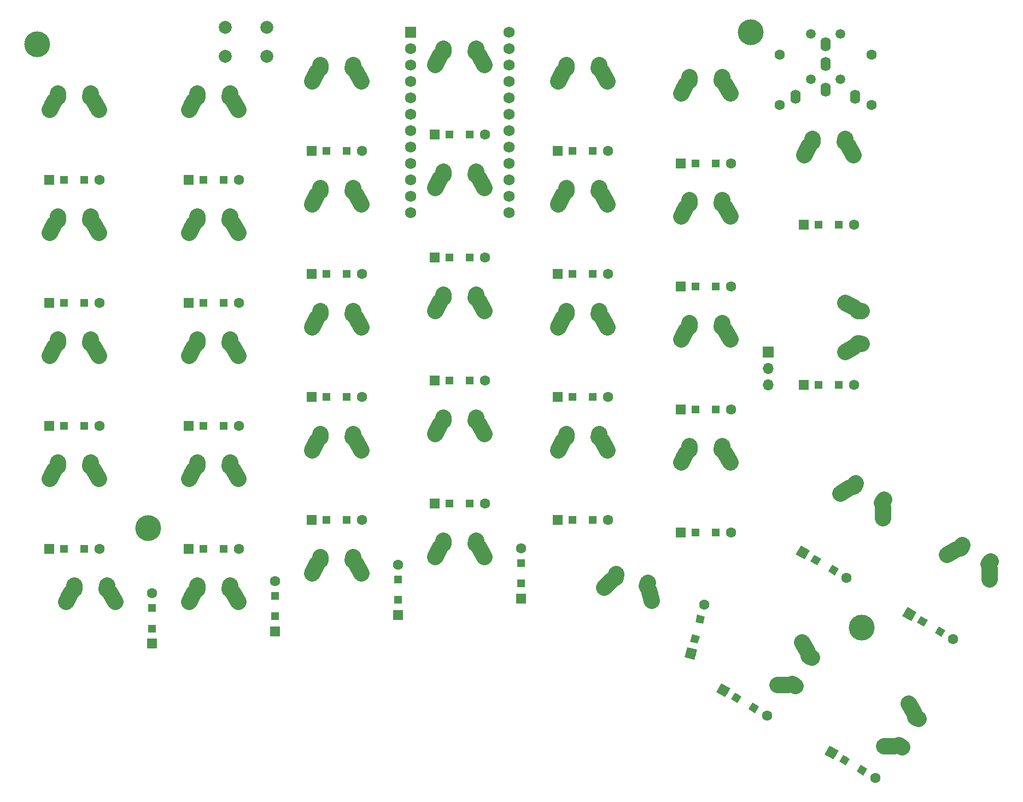
<source format=gts>
G04 #@! TF.GenerationSoftware,KiCad,Pcbnew,5.0.0-fee4fd1~66~ubuntu18.04.1*
G04 #@! TF.CreationDate,2018-08-23T18:28:32+02:00*
G04 #@! TF.ProjectId,redox_rev1,7265646F785F726576312E6B69636164,1.0*
G04 #@! TF.SameCoordinates,Original*
G04 #@! TF.FileFunction,Soldermask,Top*
G04 #@! TF.FilePolarity,Negative*
%FSLAX46Y46*%
G04 Gerber Fmt 4.6, Leading zero omitted, Abs format (unit mm)*
G04 Created by KiCad (PCBNEW 5.0.0-fee4fd1~66~ubuntu18.04.1) date Thu Aug 23 18:28:32 2018*
%MOMM*%
%LPD*%
G01*
G04 APERTURE LIST*
%ADD10R,1.200000X1.200000*%
%ADD11C,1.600000*%
%ADD12R,1.600000X1.600000*%
%ADD13C,1.200000*%
%ADD14C,0.100000*%
%ADD15R,1.700000X1.700000*%
%ADD16O,1.700000X1.700000*%
%ADD17C,2.000000*%
%ADD18C,1.500000*%
%ADD19O,1.600000X2.200000*%
%ADD20R,1.752600X1.752600*%
%ADD21C,1.752600*%
%ADD22C,4.000000*%
%ADD23C,2.500000*%
%ADD24C,2.500000*%
G04 APERTURE END LIST*
D10*
G04 #@! TO.C,D0*
X89865000Y-74930000D03*
X93015000Y-74930000D03*
D11*
X95340000Y-74930000D03*
D12*
X87540000Y-74930000D03*
G04 #@! TD*
D10*
G04 #@! TO.C,D1*
X111455000Y-74930000D03*
X114605000Y-74930000D03*
D11*
X116930000Y-74930000D03*
D12*
X109130000Y-74930000D03*
G04 #@! TD*
D10*
G04 #@! TO.C,D2*
X130505000Y-70485000D03*
X133655000Y-70485000D03*
D11*
X135980000Y-70485000D03*
D12*
X128180000Y-70485000D03*
G04 #@! TD*
D10*
G04 #@! TO.C,D3*
X149555000Y-67945000D03*
X152705000Y-67945000D03*
D11*
X155030000Y-67945000D03*
D12*
X147230000Y-67945000D03*
G04 #@! TD*
D10*
G04 #@! TO.C,D4*
X168605000Y-70485000D03*
X171755000Y-70485000D03*
D11*
X174080000Y-70485000D03*
D12*
X166280000Y-70485000D03*
G04 #@! TD*
D10*
G04 #@! TO.C,D5*
X187655000Y-72390000D03*
X190805000Y-72390000D03*
D11*
X193130000Y-72390000D03*
D12*
X185330000Y-72390000D03*
G04 #@! TD*
D10*
G04 #@! TO.C,D6*
X206705000Y-81915000D03*
X209855000Y-81915000D03*
D11*
X212180000Y-81915000D03*
D12*
X204380000Y-81915000D03*
G04 #@! TD*
D10*
G04 #@! TO.C,D10*
X89865000Y-93980000D03*
X93015000Y-93980000D03*
D11*
X95340000Y-93980000D03*
D12*
X87540000Y-93980000D03*
G04 #@! TD*
D10*
G04 #@! TO.C,D11*
X111455000Y-93980000D03*
X114605000Y-93980000D03*
D11*
X116930000Y-93980000D03*
D12*
X109130000Y-93980000D03*
G04 #@! TD*
D10*
G04 #@! TO.C,D12*
X130505000Y-89535000D03*
X133655000Y-89535000D03*
D11*
X135980000Y-89535000D03*
D12*
X128180000Y-89535000D03*
G04 #@! TD*
D10*
G04 #@! TO.C,D13*
X149555000Y-86995000D03*
X152705000Y-86995000D03*
D11*
X155030000Y-86995000D03*
D12*
X147230000Y-86995000D03*
G04 #@! TD*
D10*
G04 #@! TO.C,D14*
X168605000Y-89535000D03*
X171755000Y-89535000D03*
D11*
X174080000Y-89535000D03*
D12*
X166280000Y-89535000D03*
G04 #@! TD*
D10*
G04 #@! TO.C,D15*
X187655000Y-91440000D03*
X190805000Y-91440000D03*
D11*
X193130000Y-91440000D03*
D12*
X185330000Y-91440000D03*
G04 #@! TD*
D10*
G04 #@! TO.C,D16*
X206705000Y-106680000D03*
X209855000Y-106680000D03*
D11*
X212180000Y-106680000D03*
D12*
X204380000Y-106680000D03*
G04 #@! TD*
D10*
G04 #@! TO.C,D20*
X89865000Y-113030000D03*
X93015000Y-113030000D03*
D11*
X95340000Y-113030000D03*
D12*
X87540000Y-113030000D03*
G04 #@! TD*
D10*
G04 #@! TO.C,D21*
X111455000Y-113030000D03*
X114605000Y-113030000D03*
D11*
X116930000Y-113030000D03*
D12*
X109130000Y-113030000D03*
G04 #@! TD*
D10*
G04 #@! TO.C,D22*
X130505000Y-108585000D03*
X133655000Y-108585000D03*
D11*
X135980000Y-108585000D03*
D12*
X128180000Y-108585000D03*
G04 #@! TD*
D10*
G04 #@! TO.C,D23*
X149555000Y-106045000D03*
X152705000Y-106045000D03*
D11*
X155030000Y-106045000D03*
D12*
X147230000Y-106045000D03*
G04 #@! TD*
D10*
G04 #@! TO.C,D24*
X168605000Y-108585000D03*
X171755000Y-108585000D03*
D11*
X174080000Y-108585000D03*
D12*
X166280000Y-108585000D03*
G04 #@! TD*
D10*
G04 #@! TO.C,D25*
X187655000Y-110490000D03*
X190805000Y-110490000D03*
D11*
X193130000Y-110490000D03*
D12*
X185330000Y-110490000D03*
G04 #@! TD*
D13*
G04 #@! TO.C,D26*
X206281010Y-133832500D03*
D14*
G36*
X207100625Y-133612885D02*
X206500625Y-134652115D01*
X205461395Y-134052115D01*
X206061395Y-133012885D01*
X207100625Y-133612885D01*
X207100625Y-133612885D01*
G37*
D13*
X209008990Y-135407500D03*
D14*
G36*
X209828605Y-135187885D02*
X209228605Y-136227115D01*
X208189375Y-135627115D01*
X208789375Y-134587885D01*
X209828605Y-135187885D01*
X209828605Y-135187885D01*
G37*
D11*
X211022499Y-136570000D03*
X204267501Y-132670000D03*
D14*
G36*
X205360321Y-132377180D02*
X204560321Y-133762820D01*
X203174681Y-132962820D01*
X203974681Y-131577180D01*
X205360321Y-132377180D01*
X205360321Y-132377180D01*
G37*
G04 #@! TD*
D10*
G04 #@! TO.C,D30*
X89865000Y-132080000D03*
X93015000Y-132080000D03*
D11*
X95340000Y-132080000D03*
D12*
X87540000Y-132080000D03*
G04 #@! TD*
D10*
G04 #@! TO.C,D31*
X111455000Y-132080000D03*
X114605000Y-132080000D03*
D11*
X116930000Y-132080000D03*
D12*
X109130000Y-132080000D03*
G04 #@! TD*
D10*
G04 #@! TO.C,D32*
X130505000Y-127635000D03*
X133655000Y-127635000D03*
D11*
X135980000Y-127635000D03*
D12*
X128180000Y-127635000D03*
G04 #@! TD*
D10*
G04 #@! TO.C,D33*
X149555000Y-125095000D03*
X152705000Y-125095000D03*
D11*
X155030000Y-125095000D03*
D12*
X147230000Y-125095000D03*
G04 #@! TD*
D10*
G04 #@! TO.C,D34*
X168605000Y-127635000D03*
X171755000Y-127635000D03*
D11*
X174080000Y-127635000D03*
D12*
X166280000Y-127635000D03*
G04 #@! TD*
D10*
G04 #@! TO.C,D35*
X187655000Y-129540000D03*
X190805000Y-129540000D03*
D11*
X193130000Y-129540000D03*
D12*
X185330000Y-129540000D03*
G04 #@! TD*
D13*
G04 #@! TO.C,D36*
X222791010Y-143357500D03*
D14*
G36*
X223610625Y-143137885D02*
X223010625Y-144177115D01*
X221971395Y-143577115D01*
X222571395Y-142537885D01*
X223610625Y-143137885D01*
X223610625Y-143137885D01*
G37*
D13*
X225518990Y-144932500D03*
D14*
G36*
X226338605Y-144712885D02*
X225738605Y-145752115D01*
X224699375Y-145152115D01*
X225299375Y-144112885D01*
X226338605Y-144712885D01*
X226338605Y-144712885D01*
G37*
D11*
X227532499Y-146095000D03*
X220777501Y-142195000D03*
D14*
G36*
X221870321Y-141902180D02*
X221070321Y-143287820D01*
X219684681Y-142487820D01*
X220484681Y-141102180D01*
X221870321Y-141902180D01*
X221870321Y-141902180D01*
G37*
G04 #@! TD*
D10*
G04 #@! TO.C,D40*
X103505000Y-144450000D03*
X103505000Y-141300000D03*
D11*
X103505000Y-138975000D03*
D12*
X103505000Y-146775000D03*
G04 #@! TD*
D10*
G04 #@! TO.C,D41*
X122555000Y-142545000D03*
X122555000Y-139395000D03*
D11*
X122555000Y-137070000D03*
D12*
X122555000Y-144870000D03*
G04 #@! TD*
D10*
G04 #@! TO.C,D42*
X141605000Y-140005000D03*
X141605000Y-136855000D03*
D11*
X141605000Y-134530000D03*
D12*
X141605000Y-142330000D03*
G04 #@! TD*
D10*
G04 #@! TO.C,D43*
X160655000Y-137465000D03*
X160655000Y-134315000D03*
D11*
X160655000Y-131990000D03*
D12*
X160655000Y-139790000D03*
G04 #@! TD*
D13*
G04 #@! TO.C,D44*
X187552360Y-146047333D03*
D14*
G36*
X187128096Y-145312486D02*
X188287207Y-145623069D01*
X187976624Y-146782180D01*
X186817513Y-146471597D01*
X187128096Y-145312486D01*
X187128096Y-145312486D01*
G37*
D13*
X188367640Y-143004667D03*
D14*
G36*
X187943376Y-142269820D02*
X189102487Y-142580403D01*
X188791904Y-143739514D01*
X187632793Y-143428931D01*
X187943376Y-142269820D01*
X187943376Y-142269820D01*
G37*
D11*
X188969394Y-140758889D03*
X186950606Y-148293111D03*
D14*
G36*
X186384921Y-147313315D02*
X187930402Y-147727426D01*
X187516291Y-149272907D01*
X185970810Y-148858796D01*
X186384921Y-147313315D01*
X186384921Y-147313315D01*
G37*
G04 #@! TD*
D13*
G04 #@! TO.C,D45*
X193962010Y-155168500D03*
D14*
G36*
X194781625Y-154948885D02*
X194181625Y-155988115D01*
X193142395Y-155388115D01*
X193742395Y-154348885D01*
X194781625Y-154948885D01*
X194781625Y-154948885D01*
G37*
D13*
X196689990Y-156743500D03*
D14*
G36*
X197509605Y-156523885D02*
X196909605Y-157563115D01*
X195870375Y-156963115D01*
X196470375Y-155923885D01*
X197509605Y-156523885D01*
X197509605Y-156523885D01*
G37*
D11*
X198703499Y-157906000D03*
X191948501Y-154006000D03*
D14*
G36*
X193041321Y-153713180D02*
X192241321Y-155098820D01*
X190855681Y-154298820D01*
X191655681Y-152913180D01*
X193041321Y-153713180D01*
X193041321Y-153713180D01*
G37*
G04 #@! TD*
D13*
G04 #@! TO.C,D46*
X210726010Y-164820500D03*
D14*
G36*
X211545625Y-164600885D02*
X210945625Y-165640115D01*
X209906395Y-165040115D01*
X210506395Y-164000885D01*
X211545625Y-164600885D01*
X211545625Y-164600885D01*
G37*
D13*
X213453990Y-166395500D03*
D14*
G36*
X214273605Y-166175885D02*
X213673605Y-167215115D01*
X212634375Y-166615115D01*
X213234375Y-165575885D01*
X214273605Y-166175885D01*
X214273605Y-166175885D01*
G37*
D11*
X215467499Y-167558000D03*
X208712501Y-163658000D03*
D14*
G36*
X209805321Y-163365180D02*
X209005321Y-164750820D01*
X207619681Y-163950820D01*
X208419681Y-162565180D01*
X209805321Y-163365180D01*
X209805321Y-163365180D01*
G37*
G04 #@! TD*
D11*
G04 #@! TO.C,R1*
X200660000Y-63336000D03*
X200660000Y-55536000D03*
G04 #@! TD*
G04 #@! TO.C,R2*
X214884000Y-63336000D03*
X214884000Y-55536000D03*
G04 #@! TD*
D15*
G04 #@! TO.C,RGB_STRIP1*
X198882000Y-101600000D03*
D16*
X198882000Y-104140000D03*
X198882000Y-106680000D03*
G04 #@! TD*
D17*
G04 #@! TO.C,RST_SW1*
X114808000Y-55808000D03*
X114808000Y-51308000D03*
X121308000Y-55808000D03*
X121308000Y-51308000D03*
G04 #@! TD*
D18*
G04 #@! TO.C,TRRS1*
X210072000Y-59400000D03*
X210072000Y-52400000D03*
D19*
X212372000Y-62100000D03*
X203172000Y-62100000D03*
X207772000Y-61000000D03*
X207772000Y-54000000D03*
D18*
X205472000Y-59400000D03*
X205472000Y-52400000D03*
D19*
X207772000Y-57000000D03*
G04 #@! TD*
D20*
G04 #@! TO.C,U1*
X143510000Y-52070000D03*
D21*
X143510000Y-54610000D03*
X143510000Y-57150000D03*
X143510000Y-59690000D03*
X143510000Y-62230000D03*
X143510000Y-64770000D03*
X143510000Y-67310000D03*
X143510000Y-69850000D03*
X143510000Y-72390000D03*
X143510000Y-74930000D03*
X143510000Y-77470000D03*
X158750000Y-80010000D03*
X158750000Y-77470000D03*
X158750000Y-74930000D03*
X158750000Y-72390000D03*
X158750000Y-69850000D03*
X158750000Y-67310000D03*
X158750000Y-64770000D03*
X158750000Y-62230000D03*
X158750000Y-59690000D03*
X158750000Y-57150000D03*
X158750000Y-54610000D03*
X143510000Y-80010000D03*
X158750000Y-52070000D03*
G04 #@! TD*
D22*
G04 #@! TO.C,HOLE_M3*
X213360000Y-144272000D03*
G04 #@! TD*
G04 #@! TO.C,HOLE_M3*
X85725000Y-53975000D03*
G04 #@! TD*
G04 #@! TO.C,HOLE_M3*
X102870000Y-128905000D03*
G04 #@! TD*
G04 #@! TO.C,HOLE_M3*
X196215000Y-52070000D03*
G04 #@! TD*
D23*
G04 #@! TO.C,K44*
X175335610Y-136325991D03*
D24*
X175391441Y-136041416D02*
X175279779Y-136610566D01*
D23*
X180665316Y-139327701D03*
D24*
X180462604Y-138517681D02*
X180868028Y-140137721D01*
D23*
X174087361Y-137565144D03*
D24*
X174667925Y-136965002D02*
X173506797Y-138165286D01*
D23*
X180203876Y-137630439D03*
D24*
X180297812Y-137356074D02*
X180109940Y-137904804D01*
G04 #@! TD*
D23*
G04 #@! TO.C,K30*
X88920000Y-119035000D03*
D24*
X88900276Y-118745672D02*
X88939724Y-119324328D01*
D23*
X94845000Y-120555000D03*
D24*
X94439547Y-119825046D02*
X95250453Y-121284954D01*
D23*
X88035000Y-120555000D03*
D24*
X88440453Y-119825046D02*
X87629547Y-121284954D01*
D23*
X93960000Y-119035000D03*
D24*
X93979724Y-118745672D02*
X93940276Y-119324328D01*
G04 #@! TD*
D23*
G04 #@! TO.C,K20*
X88920000Y-99985000D03*
D24*
X88900276Y-99695672D02*
X88939724Y-100274328D01*
D23*
X94845000Y-101505000D03*
D24*
X94439547Y-100775046D02*
X95250453Y-102234954D01*
D23*
X88035000Y-101505000D03*
D24*
X88440453Y-100775046D02*
X87629547Y-102234954D01*
D23*
X93960000Y-99985000D03*
D24*
X93979724Y-99695672D02*
X93940276Y-100274328D01*
G04 #@! TD*
D23*
G04 #@! TO.C,K10*
X88920000Y-80935000D03*
D24*
X88900276Y-80645672D02*
X88939724Y-81224328D01*
D23*
X94845000Y-82455000D03*
D24*
X94439547Y-81725046D02*
X95250453Y-83184954D01*
D23*
X88035000Y-82455000D03*
D24*
X88440453Y-81725046D02*
X87629547Y-83184954D01*
D23*
X93960000Y-80935000D03*
D24*
X93979724Y-80645672D02*
X93940276Y-81224328D01*
G04 #@! TD*
D23*
G04 #@! TO.C,K0*
X88920000Y-61885000D03*
D24*
X88900276Y-61595672D02*
X88939724Y-62174328D01*
D23*
X94845000Y-63405000D03*
D24*
X94439547Y-62675046D02*
X95250453Y-64134954D01*
D23*
X88035000Y-63405000D03*
D24*
X88440453Y-62675046D02*
X87629547Y-64134954D01*
D23*
X93960000Y-61885000D03*
D24*
X93979724Y-61595672D02*
X93940276Y-62174328D01*
G04 #@! TD*
D23*
G04 #@! TO.C,K36*
X228812616Y-131751738D03*
D24*
X228940198Y-131491310D02*
X228685034Y-132012166D01*
D23*
X233183816Y-136030597D03*
D24*
X233197660Y-135195712D02*
X233169972Y-136865482D01*
D23*
X227286184Y-132625597D03*
D24*
X228002294Y-132196165D02*
X226570074Y-133055029D01*
D23*
X233177384Y-134271738D03*
D24*
X233339130Y-134031034D02*
X233015638Y-134512442D01*
G04 #@! TD*
D23*
G04 #@! TO.C,K43*
X148610000Y-131100000D03*
D24*
X148590276Y-130810672D02*
X148629724Y-131389328D01*
D23*
X154535000Y-132620000D03*
D24*
X154129547Y-131890046D02*
X154940453Y-133349954D01*
D23*
X147725000Y-132620000D03*
D24*
X148130453Y-131890046D02*
X147319547Y-133349954D01*
D23*
X153650000Y-131100000D03*
D24*
X153669724Y-130810672D02*
X153630276Y-131389328D01*
G04 #@! TD*
D23*
G04 #@! TO.C,K42*
X129560000Y-133640000D03*
D24*
X129540276Y-133350672D02*
X129579724Y-133929328D01*
D23*
X135485000Y-135160000D03*
D24*
X135079547Y-134430046D02*
X135890453Y-135889954D01*
D23*
X128675000Y-135160000D03*
D24*
X129080453Y-134430046D02*
X128269547Y-135889954D01*
D23*
X134600000Y-133640000D03*
D24*
X134619724Y-133350672D02*
X134580276Y-133929328D01*
G04 #@! TD*
D23*
G04 #@! TO.C,K41*
X110510000Y-138085000D03*
D24*
X110490276Y-137795672D02*
X110529724Y-138374328D01*
D23*
X116435000Y-139605000D03*
D24*
X116029547Y-138875046D02*
X116840453Y-140334954D01*
D23*
X109625000Y-139605000D03*
D24*
X110030453Y-138875046D02*
X109219547Y-140334954D01*
D23*
X115550000Y-138085000D03*
D24*
X115569724Y-137795672D02*
X115530276Y-138374328D01*
G04 #@! TD*
D23*
G04 #@! TO.C,K40*
X91460000Y-138085000D03*
D24*
X91440276Y-137795672D02*
X91479724Y-138374328D01*
D23*
X97385000Y-139605000D03*
D24*
X96979547Y-138875046D02*
X97790453Y-140334954D01*
D23*
X90575000Y-139605000D03*
D24*
X90980453Y-138875046D02*
X90169547Y-140334954D01*
D23*
X96500000Y-138085000D03*
D24*
X96519724Y-137795672D02*
X96480276Y-138374328D01*
G04 #@! TD*
D23*
G04 #@! TO.C,K35*
X186710000Y-116495000D03*
D24*
X186690276Y-116205672D02*
X186729724Y-116784328D01*
D23*
X192635000Y-118015000D03*
D24*
X192229547Y-117285046D02*
X193040453Y-118744954D01*
D23*
X185825000Y-118015000D03*
D24*
X186230453Y-117285046D02*
X185419547Y-118744954D01*
D23*
X191750000Y-116495000D03*
D24*
X191769724Y-116205672D02*
X191730276Y-116784328D01*
G04 #@! TD*
D23*
G04 #@! TO.C,K34*
X167660000Y-114590000D03*
D24*
X167640276Y-114300672D02*
X167679724Y-114879328D01*
D23*
X173585000Y-116110000D03*
D24*
X173179547Y-115380046D02*
X173990453Y-116839954D01*
D23*
X166775000Y-116110000D03*
D24*
X167180453Y-115380046D02*
X166369547Y-116839954D01*
D23*
X172700000Y-114590000D03*
D24*
X172719724Y-114300672D02*
X172680276Y-114879328D01*
G04 #@! TD*
D23*
G04 #@! TO.C,K33*
X148610000Y-112050000D03*
D24*
X148590276Y-111760672D02*
X148629724Y-112339328D01*
D23*
X154535000Y-113570000D03*
D24*
X154129547Y-112840046D02*
X154940453Y-114299954D01*
D23*
X147725000Y-113570000D03*
D24*
X148130453Y-112840046D02*
X147319547Y-114299954D01*
D23*
X153650000Y-112050000D03*
D24*
X153669724Y-111760672D02*
X153630276Y-112339328D01*
G04 #@! TD*
D23*
G04 #@! TO.C,K32*
X129560000Y-114590000D03*
D24*
X129540276Y-114300672D02*
X129579724Y-114879328D01*
D23*
X135485000Y-116110000D03*
D24*
X135079547Y-115380046D02*
X135890453Y-116839954D01*
D23*
X128675000Y-116110000D03*
D24*
X129080453Y-115380046D02*
X128269547Y-116839954D01*
D23*
X134600000Y-114590000D03*
D24*
X134619724Y-114300672D02*
X134580276Y-114879328D01*
G04 #@! TD*
D23*
G04 #@! TO.C,K31*
X110510000Y-119035000D03*
D24*
X110490276Y-118745672D02*
X110529724Y-119324328D01*
D23*
X116435000Y-120555000D03*
D24*
X116029547Y-119825046D02*
X116840453Y-121284954D01*
D23*
X109625000Y-120555000D03*
D24*
X110030453Y-119825046D02*
X109219547Y-121284954D01*
D23*
X115550000Y-119035000D03*
D24*
X115569724Y-118745672D02*
X115530276Y-119324328D01*
G04 #@! TD*
D23*
G04 #@! TO.C,K26*
X212302616Y-122226738D03*
D24*
X212430198Y-121966310D02*
X212175034Y-122487166D01*
D23*
X216673816Y-126505597D03*
D24*
X216687660Y-125670712D02*
X216659972Y-127340482D01*
D23*
X210776184Y-123100597D03*
D24*
X211492294Y-122671165D02*
X210060074Y-123530029D01*
D23*
X216667384Y-124746738D03*
D24*
X216829130Y-124506034D02*
X216505638Y-124987442D01*
G04 #@! TD*
D23*
G04 #@! TO.C,K25*
X186710000Y-97445000D03*
D24*
X186690276Y-97155672D02*
X186729724Y-97734328D01*
D23*
X192635000Y-98965000D03*
D24*
X192229547Y-98235046D02*
X193040453Y-99694954D01*
D23*
X185825000Y-98965000D03*
D24*
X186230453Y-98235046D02*
X185419547Y-99694954D01*
D23*
X191750000Y-97445000D03*
D24*
X191769724Y-97155672D02*
X191730276Y-97734328D01*
G04 #@! TD*
D23*
G04 #@! TO.C,K24*
X167660000Y-95540000D03*
D24*
X167640276Y-95250672D02*
X167679724Y-95829328D01*
D23*
X173585000Y-97060000D03*
D24*
X173179547Y-96330046D02*
X173990453Y-97789954D01*
D23*
X166775000Y-97060000D03*
D24*
X167180453Y-96330046D02*
X166369547Y-97789954D01*
D23*
X172700000Y-95540000D03*
D24*
X172719724Y-95250672D02*
X172680276Y-95829328D01*
G04 #@! TD*
D23*
G04 #@! TO.C,K23*
X148610000Y-93000000D03*
D24*
X148590276Y-92710672D02*
X148629724Y-93289328D01*
D23*
X154535000Y-94520000D03*
D24*
X154129547Y-93790046D02*
X154940453Y-95249954D01*
D23*
X147725000Y-94520000D03*
D24*
X148130453Y-93790046D02*
X147319547Y-95249954D01*
D23*
X153650000Y-93000000D03*
D24*
X153669724Y-92710672D02*
X153630276Y-93289328D01*
G04 #@! TD*
D23*
G04 #@! TO.C,K22*
X129560000Y-95540000D03*
D24*
X129540276Y-95250672D02*
X129579724Y-95829328D01*
D23*
X135485000Y-97060000D03*
D24*
X135079547Y-96330046D02*
X135890453Y-97789954D01*
D23*
X128675000Y-97060000D03*
D24*
X129080453Y-96330046D02*
X128269547Y-97789954D01*
D23*
X134600000Y-95540000D03*
D24*
X134619724Y-95250672D02*
X134580276Y-95829328D01*
G04 #@! TD*
D23*
G04 #@! TO.C,K21*
X110510000Y-99985000D03*
D24*
X110490276Y-99695672D02*
X110529724Y-100274328D01*
D23*
X116435000Y-101505000D03*
D24*
X116029547Y-100775046D02*
X116840453Y-102234954D01*
D23*
X109625000Y-101505000D03*
D24*
X110030453Y-100775046D02*
X109219547Y-102234954D01*
D23*
X115550000Y-99985000D03*
D24*
X115569724Y-99695672D02*
X115530276Y-100274328D01*
G04 #@! TD*
D23*
G04 #@! TO.C,K15*
X186710000Y-78395000D03*
D24*
X186690276Y-78105672D02*
X186729724Y-78684328D01*
D23*
X192635000Y-79915000D03*
D24*
X192229547Y-79185046D02*
X193040453Y-80644954D01*
D23*
X185825000Y-79915000D03*
D24*
X186230453Y-79185046D02*
X185419547Y-80644954D01*
D23*
X191750000Y-78395000D03*
D24*
X191769724Y-78105672D02*
X191730276Y-78684328D01*
G04 #@! TD*
D23*
G04 #@! TO.C,K14*
X167660000Y-76490000D03*
D24*
X167640276Y-76200672D02*
X167679724Y-76779328D01*
D23*
X173585000Y-78010000D03*
D24*
X173179547Y-77280046D02*
X173990453Y-78739954D01*
D23*
X166775000Y-78010000D03*
D24*
X167180453Y-77280046D02*
X166369547Y-78739954D01*
D23*
X172700000Y-76490000D03*
D24*
X172719724Y-76200672D02*
X172680276Y-76779328D01*
G04 #@! TD*
D23*
G04 #@! TO.C,K13*
X148610000Y-73950000D03*
D24*
X148590276Y-73660672D02*
X148629724Y-74239328D01*
D23*
X154535000Y-75470000D03*
D24*
X154129547Y-74740046D02*
X154940453Y-76199954D01*
D23*
X147725000Y-75470000D03*
D24*
X148130453Y-74740046D02*
X147319547Y-76199954D01*
D23*
X153650000Y-73950000D03*
D24*
X153669724Y-73660672D02*
X153630276Y-74239328D01*
G04 #@! TD*
D23*
G04 #@! TO.C,K12*
X129560000Y-76490000D03*
D24*
X129540276Y-76200672D02*
X129579724Y-76779328D01*
D23*
X135485000Y-78010000D03*
D24*
X135079547Y-77280046D02*
X135890453Y-78739954D01*
D23*
X128675000Y-78010000D03*
D24*
X129080453Y-77280046D02*
X128269547Y-78739954D01*
D23*
X134600000Y-76490000D03*
D24*
X134619724Y-76200672D02*
X134580276Y-76779328D01*
G04 #@! TD*
D23*
G04 #@! TO.C,K11*
X110510000Y-80935000D03*
D24*
X110490276Y-80645672D02*
X110529724Y-81224328D01*
D23*
X116435000Y-82455000D03*
D24*
X116029547Y-81725046D02*
X116840453Y-83184954D01*
D23*
X109625000Y-82455000D03*
D24*
X110030453Y-81725046D02*
X109219547Y-83184954D01*
D23*
X115550000Y-80935000D03*
D24*
X115569724Y-80645672D02*
X115530276Y-81224328D01*
G04 #@! TD*
D23*
G04 #@! TO.C,K6*
X205760000Y-68870000D03*
D24*
X205740276Y-68580672D02*
X205779724Y-69159328D01*
D23*
X211685000Y-70390000D03*
D24*
X211279547Y-69660046D02*
X212090453Y-71119954D01*
D23*
X204875000Y-70390000D03*
D24*
X205280453Y-69660046D02*
X204469547Y-71119954D01*
D23*
X210800000Y-68870000D03*
D24*
X210819724Y-68580672D02*
X210780276Y-69159328D01*
G04 #@! TD*
D23*
G04 #@! TO.C,K5*
X186710000Y-59345000D03*
D24*
X186690276Y-59055672D02*
X186729724Y-59634328D01*
D23*
X192635000Y-60865000D03*
D24*
X192229547Y-60135046D02*
X193040453Y-61594954D01*
D23*
X185825000Y-60865000D03*
D24*
X186230453Y-60135046D02*
X185419547Y-61594954D01*
D23*
X191750000Y-59345000D03*
D24*
X191769724Y-59055672D02*
X191730276Y-59634328D01*
G04 #@! TD*
D23*
G04 #@! TO.C,K4*
X167660000Y-57440000D03*
D24*
X167640276Y-57150672D02*
X167679724Y-57729328D01*
D23*
X173585000Y-58960000D03*
D24*
X173179547Y-58230046D02*
X173990453Y-59689954D01*
D23*
X166775000Y-58960000D03*
D24*
X167180453Y-58230046D02*
X166369547Y-59689954D01*
D23*
X172700000Y-57440000D03*
D24*
X172719724Y-57150672D02*
X172680276Y-57729328D01*
G04 #@! TD*
D23*
G04 #@! TO.C,K3*
X148610000Y-54900000D03*
D24*
X148590276Y-54610672D02*
X148629724Y-55189328D01*
D23*
X154535000Y-56420000D03*
D24*
X154129547Y-55690046D02*
X154940453Y-57149954D01*
D23*
X147725000Y-56420000D03*
D24*
X148130453Y-55690046D02*
X147319547Y-57149954D01*
D23*
X153650000Y-54900000D03*
D24*
X153669724Y-54610672D02*
X153630276Y-55189328D01*
G04 #@! TD*
D23*
G04 #@! TO.C,K2*
X129560000Y-57440000D03*
D24*
X129540276Y-57150672D02*
X129579724Y-57729328D01*
D23*
X135485000Y-58960000D03*
D24*
X135079547Y-58230046D02*
X135890453Y-59689954D01*
D23*
X128675000Y-58960000D03*
D24*
X129080453Y-58230046D02*
X128269547Y-59689954D01*
D23*
X134600000Y-57440000D03*
D24*
X134619724Y-57150672D02*
X134580276Y-57729328D01*
G04 #@! TD*
D23*
G04 #@! TO.C,K1*
X110510000Y-61885000D03*
D24*
X110490276Y-61595672D02*
X110529724Y-62174328D01*
D23*
X116435000Y-63405000D03*
D24*
X116029547Y-62675046D02*
X116840453Y-64134954D01*
D23*
X109625000Y-63405000D03*
D24*
X110030453Y-62675046D02*
X109219547Y-64134954D01*
D23*
X115550000Y-61885000D03*
D24*
X115569724Y-61595672D02*
X115530276Y-62174328D01*
G04 #@! TD*
D23*
G04 #@! TO.C,K16*
X213070000Y-95270000D03*
D24*
X213359328Y-95250276D02*
X212780672Y-95289724D01*
D23*
X211550000Y-101195000D03*
D24*
X212279954Y-100789547D02*
X210820046Y-101600453D01*
D23*
X211550000Y-94385000D03*
D24*
X212279954Y-94790453D02*
X210820046Y-93979547D01*
D23*
X213070000Y-100310000D03*
D24*
X213359328Y-100329724D02*
X212780672Y-100290276D01*
G04 #@! TD*
D23*
G04 #@! TO.C,K46*
X221943262Y-158327616D03*
D24*
X222203690Y-158455198D02*
X221682834Y-158200034D01*
D23*
X217664403Y-162698816D03*
D24*
X218499288Y-162712660D02*
X216829518Y-162684972D01*
D23*
X221069403Y-156801184D03*
D24*
X221498835Y-157517294D02*
X220639971Y-156085074D01*
D23*
X219423262Y-162692384D03*
D24*
X219663966Y-162854130D02*
X219182558Y-162530638D01*
G04 #@! TD*
D23*
G04 #@! TO.C,K45*
X205433262Y-148802616D03*
D24*
X205693690Y-148930198D02*
X205172834Y-148675034D01*
D23*
X201154403Y-153173816D03*
D24*
X201989288Y-153187660D02*
X200319518Y-153159972D01*
D23*
X204559403Y-147276184D03*
D24*
X204988835Y-147992294D02*
X204129971Y-146560074D01*
D23*
X202913262Y-153167384D03*
D24*
X203153966Y-153329130D02*
X202672558Y-153005638D01*
G04 #@! TD*
M02*

</source>
